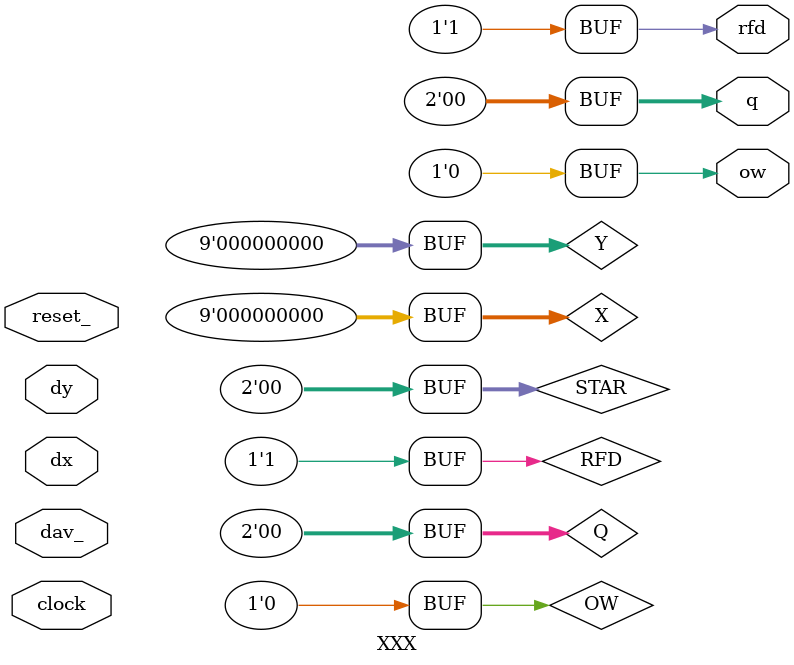
<source format=v>
module XXX(
    dx, dy, dav_, clock, reset_,
    q, ow, rfd
);
    input clock, reset_;
    input [6:0] dx, dy;
    input dav_;
    
    output rfd; 
    output [1:0] q;
    output ow;

    reg [8:0] X, Y;
    
    reg RFD;
    assign rfd = RFD;
    
    reg [1:0] Q;
    assign q = Q;
    
    reg OW;
    assign ow = OW;
    
    reg[1:0] STAR;
    localparam 
        S0=0,
        S1=1,
        S2=2,
        S3=3;
        
    always @(reset_==0) #1 
        begin 
            X=0;
            Y=0;
            RFD=1;
            OW=0;
            Q=0;
            STAR<=S0;
        end 
        
    always @(posedge clock) if (reset_==1) #3
        casex (STAR)
            S0: 
                begin 
                    RFD<=1;
                    STAR<=(dav_==1)?S0:S1;
                end
            S1: 
                begin 
                    X<=X+{dx[6],dx[6],dx};
                    Y<=Y+{dy[6],dy[6],dy};
                    STAR<=S2;
                end
            S2: 
                begin 
                    RFD<=0;
                    Q<={X[8],Y[8]};
                    OW<=((X[8]==X[7])&(Y[8]==Y[7]))?0:1;
                    STAR<=(dav_==0)?S2:S3;
                end
            S3: 
                begin 
                    STAR<=(OW==1)?S3:S0;
                end
    endcase
endmodule

</source>
